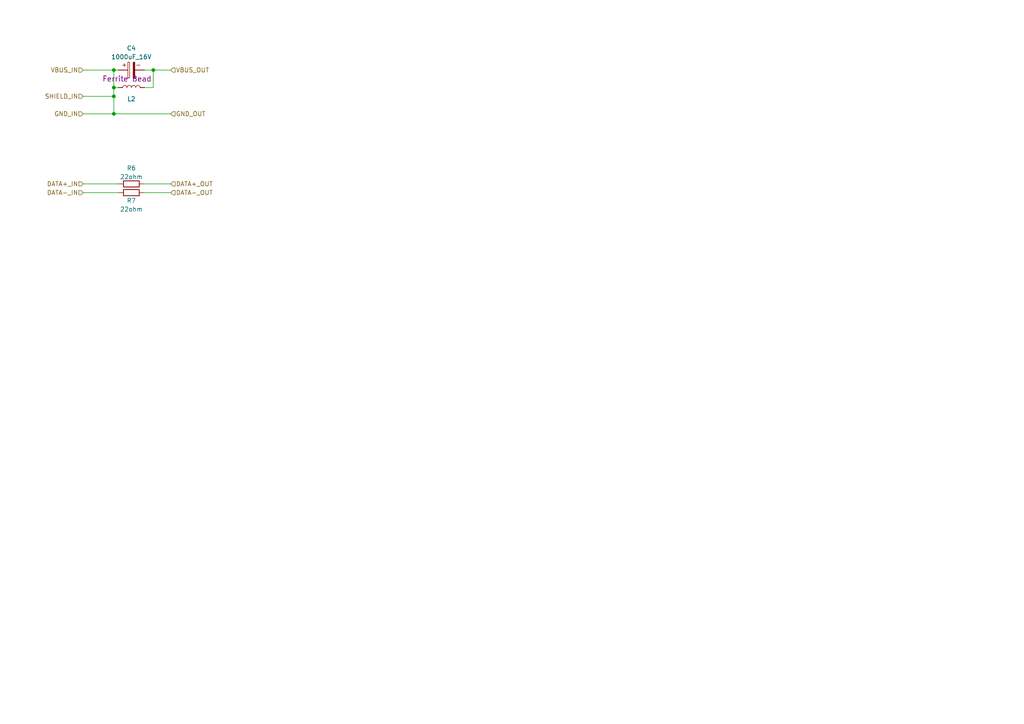
<source format=kicad_sch>
(kicad_sch (version 20250114) (generator "eeschema") (generator_version "9.0")
  (paper "A4")
  (title_block (rev "1 - do not edit connector pin layout.") (company "Henry's Software House"))
  (lib_symbols
    (symbol "PCM_4ms_Inductor:FerriteBead_0603_1.5A" (pin_numbers (hide yes)) (pin_names (offset 1.016) (hide yes))
      (property "Reference" "L" (at -1.27 0 90))
      (property "Display" "Ferrite Bead" (at 2.54 1.27 90))
      (symbol "FerriteBead_0603_1.5A_0_1"
        (arc (start 0 2.54) (mid 0.6323 1.905) (end 0 1.27))
        (arc (start 0 1.27) (mid 0.6323 0.635) (end 0 0))
        (arc (start 0 0) (mid 0.6323 -0.635) (end 0 -1.27))
        (arc (start 0 -1.27) (mid 0.6323 -1.905) (end 0 -2.54))
      )
      (symbol "FerriteBead_0603_1.5A_1_1"
        (pin passive line (at 0 3.81 270) (length 1.27) (name "1") (number "1"))
        (pin passive line (at 0 -3.81 90) (length 1.27) (name "2") (number "2"))
      )
    )
    (symbol "PCM_SL_Capacitors:1000uF_16V"
      (property "Reference" "C" (at 0 7.62 0))
      (property "Value" "1000uF_16V" (at 0 5.08 0))
      (symbol "1000uF_16V_0_0"
        (text "+" (at -2.032 1.524 0) (effects (font (size 1.27 1.27))))
        (text "-" (at 2.032 1.524 0) (effects (font (size 1.27 1.27))))
      )
      (symbol "1000uF_16V_0_1"
        (rectangle (start -1.016 -2.286) (end -0.508 2.286))
        (rectangle (start 0.508 -2.286) (end 1.016 2.286) (fill (type outline)))
      )
      (symbol "1000uF_16V_1_1"
        (pin passive line (at -3.81 0 0) (length 2.7) (name "~") (number "1"))
        (pin input line (at 3.81 0 180) (length 2.7) (name "~") (number "2"))
      )
    )
    (symbol "PCM_SL_Resistors:20k"
      (property "Reference" "R" (at 0 5.08 0))
      (property "Value" "20k" (at 0 2.54 0))
      (symbol "20k_0_1"
        (rectangle (start -2.286 0.889) (end 2.286 -0.889) (stroke (width 0.24)))
      )
      (symbol "20k_1_1"
        (pin passive line (at -3.81 0 0) (length 1.5) (name "") (number "1"))
        (pin passive line (at 3.81 0 180) (length 1.5) (name "~") (number "2"))
      )
    )
  )
  (junction (at 33.02 33.02))
  (junction (at 44.45 20.32))
  (junction (at 33.02 20.32))
  (junction (at 33.02 25.4))
  (junction (at 33.02 27.94))
  (wire (pts (xy 34.29 55.88) (xy 24.13 55.88)))
  (wire (pts (xy 24.13 33.02) (xy 33.02 33.02)))
  (wire (pts (xy 33.02 20.32) (xy 24.13 20.32)))
  (wire (pts (xy 44.45 20.32) (xy 44.45 25.4)))
  (wire (pts (xy 41.91 55.88) (xy 49.53 55.88)))
  (wire (pts (xy 44.45 25.4) (xy 41.91 25.4)))
  (wire (pts (xy 24.13 27.94) (xy 33.02 27.94)))
  (wire (pts (xy 34.29 20.32) (xy 33.02 20.32)))
  (wire (pts (xy 34.29 25.4) (xy 33.02 25.4)))
  (wire (pts (xy 34.29 53.34) (xy 24.13 53.34)))
  (wire (pts (xy 33.02 20.32) (xy 33.02 25.4)))
  (wire (pts (xy 41.91 20.32) (xy 44.45 20.32)))
  (wire (pts (xy 49.53 33.02) (xy 33.02 33.02)))
  (wire (pts (xy 33.02 25.4) (xy 33.02 27.94)))
  (wire (pts (xy 44.45 20.32) (xy 49.53 20.32)))
  (wire (pts (xy 33.02 27.94) (xy 33.02 33.02)))
  (wire (pts (xy 41.91 53.34) (xy 49.53 53.34)))
  (hierarchical_label "VBUS_OUT" (shape input) (at 49.53 20.32 0))
  (hierarchical_label "GND_OUT" (shape input) (at 49.53 33.02 0))
  (hierarchical_label "DATA+_OUT" (shape input) (at 49.53 53.34 0))
  (hierarchical_label "GND_IN" (shape input) (at 24.13 33.02 180))
  (hierarchical_label "DATA-_IN" (shape input) (at 24.13 55.88 180))
  (hierarchical_label "DATA-_OUT" (shape input) (at 49.53 55.88 0))
  (hierarchical_label "DATA+_IN" (shape input) (at 24.13 53.34 180))
  (hierarchical_label "SHIELD_IN" (shape input) (at 24.13 27.94 180))
  (hierarchical_label "VBUS_IN" (shape input) (at 24.13 20.32 180))
  (symbol (lib_id "PCM_SL_Resistors:20k") (at 38.1 55.88 0) (unit 1)
    (property "Reference" "R7" (at 38.1 58.166 0))
    (property "Value" "22ohm" (at 38.1 60.706 0))
    (property "Footprint" "Resistor_THT:R_Axial_DIN0207_L6.3mm_D2.5mm_P10.16mm_Horizontal" (effects (hide yes)))
    (property "Description" "20kΩ, 1/4W Resistor" (effects (hide yes)))
  )
  (symbol (lib_id "PCM_4ms_Inductor:FerriteBead_0603_1.5A") (at 38.1 25.4 90) (unit 1)
    (property "Reference" "L2" (at 38.1 28.702 90))
    (property "Value" "FerriteBead_0603_1.5A" (effects (hide yes)))
    (property "Footprint" "Inductor_SMD:L_0201_0603Metric_Pad0.64x0.40mm_HandSolder" (effects (hide yes)))
    (property "Description" "Chip Bead, Ferrite Chip Bead, Z=30Ω @ 100MHz, RmaxDC=90mΩ, ImaxDC=1.5A" (effects (hide yes)))
    (property "Specifications" "Chip Bead, Ferrite Chip Bead, Z=30Ω @ 100MHz, RmaxDC=90mΩ, ImaxDC=1.5A" (effects (hide yes)))
    (property "Manufacturer" "Laird" (effects (hide yes)))
    (property "Part Number" "MI0603K300R-10" (effects (hide yes)))
    (property "Display" "Ferrite Bead" (at 36.83 22.86 90) (effects (font (size 1.524 1.524))))
  )
  (symbol (lib_id "PCM_SL_Capacitors:1000uF_16V") (at 38.1 20.32 0) (unit 1)
    (property "Reference" "C4" (at 38.1 13.97 0))
    (property "Value" "1000uF_16V" (at 38.1 16.51 0))
    (property "Footprint" "Capacitor_THT:CP_Radial_D10.0mm_P5.00mm" (effects (hide yes)))
    (property "Description" "1000uF, 16V Electrolytic Capacitor" (effects (hide yes)))
  )
  (symbol (lib_id "PCM_SL_Resistors:20k") (at 38.1 53.34 0) (unit 1)
    (property "Reference" "R6" (at 38.1 48.768 0))
    (property "Value" "22ohm" (at 38.1 51.308 0))
    (property "Footprint" "Resistor_THT:R_Axial_DIN0207_L6.3mm_D2.5mm_P10.16mm_Horizontal" (effects (hide yes)))
    (property "Description" "20kΩ, 1/4W Resistor" (effects (hide yes)))
  )
)
</source>
